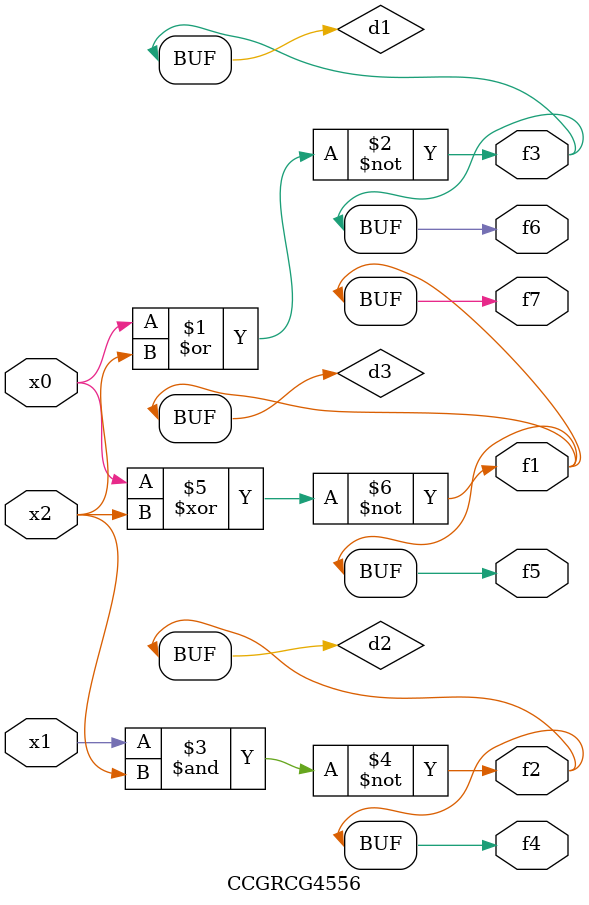
<source format=v>
module CCGRCG4556(
	input x0, x1, x2,
	output f1, f2, f3, f4, f5, f6, f7
);

	wire d1, d2, d3;

	nor (d1, x0, x2);
	nand (d2, x1, x2);
	xnor (d3, x0, x2);
	assign f1 = d3;
	assign f2 = d2;
	assign f3 = d1;
	assign f4 = d2;
	assign f5 = d3;
	assign f6 = d1;
	assign f7 = d3;
endmodule

</source>
